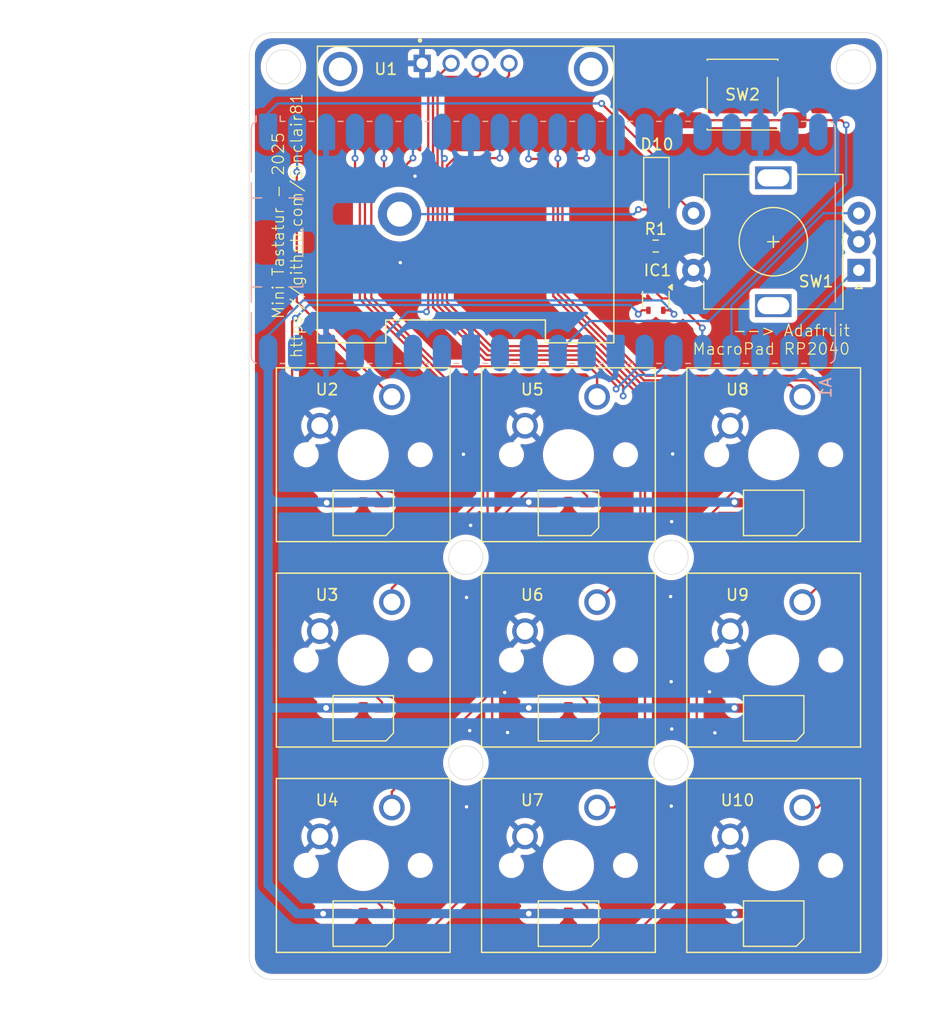
<source format=kicad_pcb>
(kicad_pcb (version 20241229) (generator "pcbnew") (generator_version "9.0")
  (layers (0 "F.Cu" signal) (2 "B.Cu" signal) (13 "F.Paste" user) (15 "B.Paste" user) (5 "F.SilkS" user "F.Silkscreen") (7 "B.SilkS" user "B.Silkscreen") (1 "F.Mask" user) (3 "B.Mask" user) (25 "Edge.Cuts" user))
  (net 0 "")
  (net 2 "S5")
  (net 3 "+5V")
  (net 6 "ROT_B")
  (net 7 "GND")
  (net 12 "S8")
  (net 13 "S4")
  (net 16 "S1")
  (net 17 "S3")
  (net 19 "+3V3")
  (net 20 "SCL")
  (net 21 "USB_BOOT")
  (net 22 "S2")
  (net 23 "DIN_3V3")
  (net 24 "RESET")
  (net 27 "S9")
  (net 29 "ROT_A")
  (net 30 "SDA")
  (net 32 "S7")
  (net 33 "DIN_5V")
  (net 34 "S6")
  (net 35 "Net-(U2-DOUT)")
  (net 36 "Net-(U3-DOUT)")
  (net 37 "Net-(U4-DOUT)")
  (net 38 "Net-(U5-DOUT)")
  (net 39 "Net-(U6-DOUT)")
  (net 40 "Net-(U7-DOUT)")
  (net 41 "Net-(U8-DOUT)")
  (net 42 "Net-(U10-DIN)")
  (net 44 "TP6")
  (footprint "MX1A-11NN:CHERRY_MX1A-11NN_SWITCH_RGB" (layer "F.Cu") (at 118 135)
    (property "Reference" "U9")
    (property "Value" "MX1A-11NN_RGB")
  )
  (footprint "Package_TO_SOT_SMD:SOT-353_SC-70-5" (layer "F.Cu") (at 107.664999 103.39 -90)
    (property "Reference" "IC1")
    (property "Value" "74HCT1G125GW,125" (hide yes))
  )
  (footprint "MX1A-11NN:CHERRY_MX1A-11NN_SWITCH_RGB" (layer "F.Cu") (at 100 135)
    (property "Reference" "U6")
    (property "Value" "MX1A-11NN_RGB")
  )
  (footprint "SSD1306:MODULE_DM-OLED096-636" (layer "F.Cu") (at 90.98 94.19)
    (property "Reference" "U1")
    (property "Value" "DM-OLED096-636")
  )
  (footprint "Rotary_Encoder:RotaryEncoder_Alps_EC11E-Switch_Vertical_H20mm" (layer "F.Cu") (at 125.47 100.83 180)
    (property "Reference" "SW1")
    (property "Value" "RotaryEncoder_Switch")
  )
  (footprint "MX1A-11NN:CHERRY_MX1A-11NN_SWITCH_RGB" (layer "F.Cu") (at 118 117)
    (property "Reference" "U8")
    (property "Value" "MX1A-11NN_RGB")
  )
  (footprint "MX1A-11NN:CHERRY_MX1A-11NN_SWITCH_RGB" (layer "F.Cu") (at 118 153)
    (property "Reference" "U10")
    (property "Value" "MX1A-11NN_RGB")
  )
  (footprint "MX1A-11NN:CHERRY_MX1A-11NN_SWITCH_RGB" (layer "F.Cu") (at 82 117)
    (property "Reference" "U2")
    (property "Value" "MX1A-11NN_RGB")
  )
  (footprint "Resistor_SMD:R_0603_1608Metric" (layer "F.Cu") (at 107.65 98.71 180)
    (property "Reference" "R1")
    (property "Value" "10K" (hide yes))
  )
  (footprint "Diode_SMD:D_MiniMELF" (layer "F.Cu") (at 107.71 93.6025 -90)
    (property "Reference" "D10")
    (property "Value" "1N4148" (hide yes))
  )
  (footprint "MX1A-11NN:CHERRY_MX1A-11NN_SWITCH_RGB" (layer "F.Cu") (at 100 153)
    (property "Reference" "U7")
    (property "Value" "MX1A-11NN_RGB")
  )
  (footprint "MX1A-11NN:CHERRY_MX1A-11NN_SWITCH_RGB" (layer "F.Cu") (at 82 153)
    (property "Reference" "U4")
    (property "Value" "MX1A-11NN_RGB")
  )
  (footprint "MX1A-11NN:CHERRY_MX1A-11NN_SWITCH_RGB" (layer "F.Cu") (at 100 117)
    (property "Reference" "U5")
    (property "Value" "MX1A-11NN_RGB")
  )
  (footprint "MX1A-11NN:CHERRY_MX1A-11NN_SWITCH_RGB" (layer "F.Cu") (at 82 135)
    (property "Reference" "U3")
    (property "Value" "MX1A-11NN_RGB")
  )
  (footprint "Button_Switch_SMD:SW_Push_1P1T_NO_E-Switch_TL3301NxxxxxG" (layer "F.Cu") (at 115.27 85.43)
    (property "Reference" "SW2")
    (property "Value" "SW_Reset")
  )
  (footprint "Module:RaspberryPi_Pico_Common_SMD_TP6" (layer "B.Cu") (at 97.79 98.39 -90)
    (property "Reference" "A1")
    (property "Value" "RaspberryPi_Pico_TP6")
  )
  (gr_line (start 72 161) (end 72 82) (stroke (width 0.05)) (layer "Edge.Cuts"))
  (gr_circle (center 109 126) (end 110.5 126) (stroke (width 0.05)) (fill no) (layer "Edge.Cuts"))
  (gr_arc (start 74 163) (mid 72.585786 162.414214) (end 72 161) (stroke (width 0.05)) (layer "Edge.Cuts"))
  (gr_arc (start 72 82) (mid 72.585786 80.585786) (end 74 80) (stroke (width 0.05)) (layer "Edge.Cuts"))
  (gr_circle (center 125 83) (end 126.5 83) (stroke (width 0.05)) (fill no) (layer "Edge.Cuts"))
  (gr_circle (center 75 83) (end 76.5 83) (stroke (width 0.05)) (fill no) (layer "Edge.Cuts"))
  (gr_line (start 128 82) (end 128 161) (stroke (width 0.05)) (layer "Edge.Cuts"))
  (gr_circle (center 109 144) (end 110.5 144) (stroke (width 0.05)) (fill no) (layer "Edge.Cuts"))
  (gr_line (start 74 80) (end 126 80) (stroke (width 0.05)) (layer "Edge.Cuts"))
  (gr_arc (start 128 161) (mid 127.414214 162.414214) (end 126 163) (stroke (width 0.05)) (layer "Edge.Cuts"))
  (gr_line (start 126 163) (end 74 163) (stroke (width 0.05)) (layer "Edge.Cuts"))
  (gr_arc (start 126 80) (mid 127.414214 80.585786) (end 128 82) (stroke (width 0.05)) (layer "Edge.Cuts"))
  (gr_circle (center 91 126) (end 92.5 126) (stroke (width 0.05)) (fill no) (layer "Edge.Cuts"))
  (gr_circle (center 91 144) (end 92.5 144) (stroke (width 0.05)) (fill no) (layer "Edge.Cuts"))
  (gr_text "--> Adafruit\nMacroPad RP2040" (at 124.76 108.31 0) (layer "F.SilkS") (effects (font (size 1 1) (thickness 0.1)) (justify right bottom)))
  (gr_text "Mini Tastatur - 2025\nhttps://github.com/Sinclair81" (at 76.74 96.92 90) (layer "F.SilkS") (effects (font (size 1 1) (thickness 0.1)) (justify bottom)))
  (segment (start 102.2661 107.879) (end 93.0332 107.879) (width 0.2) (layer "F.Cu") (net 2))
  (segment (start 93.0332 107.879) (end 88.94 103.7858) (width 0.2) (layer "F.Cu") (net 2))
  (segment (start 102.51 129.92) (end 106.31 126.12) (width 0.2) (layer "F.Cu") (net 2))
  (segment (start 106.31 111.9229) (end 102.2661 107.879) (width 0.2) (layer "F.Cu") (net 2))
  (segment (start 88.94 91.211) (end 89.121 91.03) (width 0.2) (layer "F.Cu") (net 2))
  (segment (start 106.31 126.12) (end 106.31 111.9229) (width 0.2) (layer "F.Cu") (net 2))
  (segment (start 88.94 103.7858) (end 88.94 91.211) (width 0.2) (layer "F.Cu") (net 2))
  (via (at 89.121 91.03) (size 0.6) (drill 0.3) (layers "F.Cu" "B.Cu") (net 2))
  (segment (start 88.9 90.809) (end 88.9 88.7) (width 0.2) (layer "B.Cu") (net 2))
  (segment (start 89.121 91.03) (end 88.9 90.809) (width 0.2) (layer "B.Cu") (net 2))
  (segment (start 116.36 121.21) (end 114.606 121.21) (width 0.8) (layer "F.Cu") (net 3))
  (segment (start 98.36 157.21) (end 96.536 157.21) (width 0.8) (layer "F.Cu") (net 3))
  (segment (start 114.606 121.21) (end 114.554 121.158) (width 0.8) (layer "F.Cu") (net 3))
  (segment (start 78.502 157.21) (end 78.486 157.226) (width 0.8) (layer "F.Cu") (net 3))
  (segment (start 80.36 139.21) (end 78.758 139.21) (width 0.8) (layer "F.Cu") (net 3))
  (segment (start 114.572 139.21) (end 114.554 139.192) (width 0.8) (layer "F.Cu") (net 3))
  (segment (start 96.536 157.21) (end 96.52 157.226) (width 0.8) (layer "F.Cu") (net 3))
  (segment (start 98.36 139.21) (end 96.538 139.21) (width 0.8) (layer "F.Cu") (net 3))
  (segment (start 114.57 157.21) (end 114.554 157.226) (width 0.8) (layer "F.Cu") (net 3))
  (segment (start 108.92 104.34) (end 108.314999 104.34) (width 0.2) (layer "F.Cu") (net 3))
  (segment (start 109.26 104.68) (end 108.92 104.34) (width 0.2) (layer "F.Cu") (net 3))
  (segment (start 78.758 139.21) (end 78.74 139.192) (width 0.8) (layer "F.Cu") (net 3))
  (segment (start 96.538 139.21) (end 96.52 139.192) (width 0.8) (layer "F.Cu") (net 3))
  (segment (start 80.36 157.21) (end 78.502 157.21) (width 0.8) (layer "F.Cu") (net 3))
  (segment (start 98.36 121.21) (end 96.572 121.21) (width 0.8) (layer "F.Cu") (net 3))
  (segment (start 116.36 157.21) (end 114.57 157.21) (width 0.8) (layer "F.Cu") (net 3))
  (segment (start 116.36 139.21) (end 114.572 139.21) (width 0.8) (layer "F.Cu") (net 3))
  (segment (start 96.572 121.21) (end 96.52 121.158) (width 0.8) (layer "F.Cu") (net 3))
  (segment (start 80.36 121.21) (end 78.792 121.21) (width 0.8) (layer "F.Cu") (net 3))
  (via (at 114.554 157.226) (size 0.8) (drill 0.5) (layers "F.Cu" "B.Cu") (net 3))
  (via (at 96.52 157.226) (size 0.8) (drill 0.5) (layers "F.Cu" "B.Cu") (net 3))
  (via (at 78.792 121.21) (size 0.8) (drill 0.5) (layers "F.Cu" "B.Cu") (net 3))
  (via (at 109.26 104.68) (size 0.6) (drill 0.3) (layers "F.Cu" "B.Cu") (net 3))
  (via (at 96.52 121.158) (size 0.8) (drill 0.5) (layers "F.Cu" "B.Cu") (net 3))
  (via (at 96.52 139.192) (size 0.8) (drill 0.5) (layers "F.Cu" "B.Cu") (net 3))
  (via (at 78.74 139.192) (size 0.8) (drill 0.5) (layers "F.Cu" "B.Cu") (net 3))
  (via (at 78.486 157.226) (size 0.8) (drill 0.5) (layers "F.Cu" "B.Cu") (net 3))
  (via (at 114.554 121.158) (size 0.8) (drill 0.5) (layers "F.Cu" "B.Cu") (net 3))
  (via (at 114.554 139.192) (size 0.8) (drill 0.5) (layers "F.Cu" "B.Cu") (net 3))
  (segment (start 78.74 121.158) (end 74.168 121.158) (width 0.8) (layer "B.Cu") (net 3))
  (segment (start 74.168 121.158) (end 73.66 120.65) (width 0.8) (layer "B.Cu") (net 3))
  (segment (start 76.206 157.226) (end 73.66 154.68) (width 0.8) (layer "B.Cu") (net 3))
  (segment (start 96.52 139.192) (end 78.74 139.192) (width 0.8) (layer "B.Cu") (net 3))
  (segment (start 114.554 121.158) (end 96.52 121.158) (width 0.8) (layer "B.Cu") (net 3))
  (segment (start 96.52 157.226) (end 78.486 157.226) (width 0.8) (layer "B.Cu") (net 3))
  (segment (start 73.66 120.65) (end 73.66 108.08) (width 0.8) (layer "B.Cu") (net 3))
  (segment (start 78.74 139.192) (end 73.66 139.192) (width 0.8) (layer "B.Cu") (net 3))
  (segment (start 108.14 103.47) (end 76.73 103.47) (width 0.2) (layer "B.Cu") (net 3))
  (segment (start 114.554 139.192) (end 96.52 139.192) (width 0.8) (layer "B.Cu") (net 3))
  (segment (start 109.26 104.68) (end 109.26 104.59) (width 0.2) (layer "B.Cu") (net 3))
  (segment (start 76.73 103.47) (end 73.66 106.54) (width 0.2) (layer "B.Cu") (net 3))
  (segment (start 73.66 134.112) (end 73.66 120.65) (width 0.8) (layer "B.Cu") (net 3))
  (segment (start 96.52 121.158) (end 78.844 121.158) (width 0.8) (layer "B.Cu") (net 3))
  (segment (start 78.486 157.226) (end 76.206 157.226) (width 0.8) (layer "B.Cu") (net 3))
  (segment (start 78.792 121.21) (end 78.74 121.158) (width 0.8) (layer "B.Cu") (net 3))
  (segment (start 73.66 154.68) (end 73.66 134.112) (width 0.8) (layer "B.Cu") (net 3))
  (segment (start 73.66 139.192) (end 73.66 134.112) (width 0.8) (layer "B.Cu") (net 3))
  (segment (start 73.66 106.54) (end 73.66 108.08) (width 0.2) (layer "B.Cu") (net 3))
  (segment (start 114.554 157.226) (end 96.52 157.226) (width 0.8) (layer "B.Cu") (net 3))
  (segment (start 109.26 104.59) (end 108.14 103.47) (width 0.2) (layer "B.Cu") (net 3))
  (segment (start 78.844 121.158) (end 78.792 121.21) (width 0.8) (layer "B.Cu") (net 3))
  (segment (start 122.36 95.83) (end 114.3 103.89) (width 0.2) (layer "B.Cu") (net 6))
  (segment (start 125.47 95.83) (end 122.36 95.83) (width 0.2) (layer "B.Cu") (net 6))
  (segment (start 114.3 103.89) (end 114.3 108.08) (width 0.2) (layer "B.Cu") (net 6))
  (via (at 109.05 122.86) (size 0.6) (drill 0.3) (layers "F.Cu" "B.Cu") (net 7))
  (via (at 109.01 136.89) (size 0.6) (drill 0.3) (layers "F.Cu" "B.Cu") (net 7))
  (via (at 91.06 129.51) (size 0.6) (drill 0.3) (layers "F.Cu" "B.Cu") (net 7))
  (via (at 90.79 116.96) (size 0.6) (drill 0.3) (layers "F.Cu" "B.Cu") (net 7))
  (via (at 109.02 147.8) (size 0.6) (drill 0.3) (layers "F.Cu" "B.Cu") (net 7))
  (via (at 112.37 137.78) (size 0.6) (drill 0.3) (layers "F.Cu" "B.Cu") (net 7))
  (via (at 109.14 116.93) (size 0.6) (drill 0.3) (layers "F.Cu" "B.Cu") (net 7))
  (via (at 91.34 141.18) (size 0.6) (drill 0.3) (layers "F.Cu" "B.Cu") (net 7))
  (via (at 108.96 129.43) (size 0.6) (drill 0.3) (layers "F.Cu" "B.Cu") (net 7))
  (via (at 94.41 137.84) (size 0.6) (drill 0.3) (layers "F.Cu" "B.Cu") (net 7))
  (via (at 91.42 123.19) (size 0.6) (drill 0.3) (layers "F.Cu" "B.Cu") (net 7))
  (via (at 91.06 147.86) (size 0.6) (drill 0.3) (layers "F.Cu" "B.Cu") (net 7))
  (via (at 94.66 141.35) (size 0.6) (drill 0.3) (layers "F.Cu" "B.Cu") (net 7))
  (via (at 109.06 141.04) (size 0.6) (drill 0.3) (layers "F.Cu" "B.Cu") (net 7))
  (via (at 86.54 92.58) (size 0.6) (drill 0.3) (layers "F.Cu" "B.Cu") (net 7))
  (via (at 112.84 141.38) (size 0.6) (drill 0.3) (layers "F.Cu" "B.Cu") (net 7))
  (via (at 85.25 100.16) (size 0.6) (drill 0.3) (layers "F.Cu" "B.Cu") (net 7))
  (segment (start 124.29 113.56) (end 124.29 126.14) (width 0.2) (layer "F.Cu") (net 12))
  (segment (start 99.07 91.03) (end 99.07 102.9329) (width 0.2) (layer "F.Cu") (net 12))
  (segment (start 124.29 126.14) (end 120.51 129.92) (width 0.2) (layer "F.Cu") (net 12))
  (segment (start 99.07 102.9329) (end 106.6171 110.48) (width 0.2) (layer "F.Cu") (net 12))
  (segment (start 121.21 110.48) (end 124.29 113.56) (width 0.2) (layer "F.Cu") (net 12))
  (segment (start 106.6171 110.48) (end 121.21 110.48) (width 0.2) (layer "F.Cu") (net 12))
  (via (at 99.07 91.03) (size 0.6) (drill 0.3) (layers "F.Cu" "B.Cu") (net 12))
  (segment (start 99.06 90.92) (end 99.06 88.7) (width 0.2) (layer "B.Cu") (net 12))
  (segment (start 99.07 90.93) (end 99.06 90.92) (width 0.2) (layer "B.Cu") (net 12))
  (segment (start 99.07 91.03) (end 99.07 90.93) (width 0.2) (layer "B.Cu") (net 12))
  (segment (start 101.81 109.26) (end 102.51 109.96) (width 0.2) (layer "F.Cu") (net 13))
  (segment (start 86.36 90.99) (end 86.36 91) (width 0.2) (layer "F.Cu") (net 13))
  (segment (start 82.71 94.65) (end 82.71 103.2458) (width 0.2) (layer "F.Cu") (net 13))
  (segment (start 82.71 103.2458) (end 88.7242 109.26) (width 0.2) (layer "F.Cu") (net 13))
  (segment (start 86.36 91) (end 82.71 94.65) (width 0.2) (layer "F.Cu") (net 13))
  (segment (start 88.7242 109.26) (end 101.81 109.26) (width 0.2) (layer "F.Cu") (net 13))
  (segment (start 102.51 109.96) (end 102.51 111.92) (width 0.2) (layer "F.Cu") (net 13))
  (via (at 86.36 90.99) (size 0.6) (drill 0.3) (layers "F.Cu" "B.Cu") (net 13))
  (segment (start 86.36 88.7) (end 86.36 90.99) (width 0.2) (layer "B.Cu") (net 13))
  (segment (start 76.17 103.58) (end 76.17 92.2) (width 0.2) (layer "F.Cu") (net 16))
  (segment (start 84.51 111.92) (end 76.17 103.58) (width 0.2) (layer "F.Cu") (net 16))
  (via (at 76.17 92.2) (size 0.6) (drill 0.3) (layers "F.Cu" "B.Cu") (net 16))
  (segment (start 76.17 92.2) (end 76.2 92.17) (width 0.2) (layer "B.Cu") (net 16))
  (segment (start 76.2 92.17) (end 76.2 88.7) (width 0.2) (layer "B.Cu") (net 16))
  (segment (start 83.82 91.02) (end 83.82 92.97) (width 0.2) (layer "F.Cu") (net 17))
  (segment (start 92.908 124.818) (end 93.24 125.15) (width 0.2) (layer "F.Cu") (net 17))
  (segment (start 92.908 138.142) (end 84.51 146.54) (width 0.2) (layer "F.Cu") (net 17))
  (segment (start 93.24 125.15) (end 93.24 126.86) (width 0.2) (layer "F.Cu") (net 17))
  (segment (start 84.51 146.54) (end 84.51 147.92) (width 0.2) (layer "F.Cu") (net 17))
  (segment (start 92.908 114.0109) (end 92.908 124.818) (width 0.2) (layer "F.Cu") (net 17))
  (segment (start 82.15 94.64) (end 82.15 103.2529) (width 0.2) (layer "F.Cu") (net 17))
  (segment (start 92.908 127.192) (end 92.908 138.142) (width 0.2) (layer "F.Cu") (net 17))
  (segment (start 93.24 126.86) (end 92.908 127.192) (width 0.2) (layer "F.Cu") (net 17))
  (segment (start 82.15 103.2529) (end 92.908 114.0109) (width 0.2) (layer "F.Cu") (net 17))
  (segment (start 83.82 92.97) (end 82.15 94.64) (width 0.2) (layer "F.Cu") (net 17))
  (via (at 83.82 91.02) (size 0.6) (drill 0.3) (layers "F.Cu" "B.Cu") (net 17))
  (segment (start 83.82 91.02) (end 83.82 91.2) (width 0.2) (layer "B.Cu") (net 17))
  (segment (start 83.82 91.2) (end 83.84 91.22) (width 0.2) (layer "B.Cu") (net 17))
  (segment (start 83.82 88.7) (end 83.82 91.02) (width 0.2) (layer "B.Cu") (net 17))
  (segment (start 87.7 104.15) (end 87.7 84.7) (width 0.2) (layer "F.Cu") (net 19))
  (segment (start 87.55 104.471) (end 87.55 104.3) (width 0.2) (layer "F.Cu") (net 19))
  (segment (start 87.55 104.3) (end 87.7 104.15) (width 0.2) (layer "F.Cu") (net 19))
  (segment (start 87.7 84.7) (end 89.71 82.69) (width 0.2) (layer "F.Cu") (net 19))
  (via (at 87.55 104.471) (size 0.6) (drill 0.3) (layers "F.Cu" "B.Cu") (net 19))
  (segment (start 83.82 106.55) (end 83.82 108.08) (width 0.2) (layer "B.Cu") (net 19))
  (segment (start 85.9 104.47) (end 83.82 106.55) (width 0.2) (layer "B.Cu") (net 19))
  (segment (start 87.009 104.47) (end 85.9 104.47) (width 0.2) (layer "B.Cu") (net 19))
  (segment (start 87.01 104.471) (end 87.009 104.47) (width 0.2) (layer "B.Cu") (net 19))
  (segment (start 87.55 104.471) (end 87.01 104.471) (width 0.2) (layer "B.Cu") (net 19))
  (segment (start 92.02 83.88) (end 92.25 83.65) (width 0.2) (layer "F.Cu") (net 20))
  (segment (start 88.12 104.1) (end 88.12 84.8471) (width 0.2) (layer "F.Cu") (net 20))
  (segment (start 92.25 83.65) (end 92.25 82.69) (width 0.2) (layer "F.Cu") (net 20))
  (segment (start 101.9339 108.681) (end 92.701 108.681) (width 0.2) (layer "F.Cu") (net 20))
  (segment (start 89.0871 83.88) (end 92.02 83.88) (width 0.2) (layer "F.Cu") (net 20))
  (segment (start 92.701 108.681) (end 88.12 104.1) (width 0.2) (layer "F.Cu") (net 20))
  (segment (start 104.18 111.24) (end 104.18 110.9271) (width 0.2) (layer "F.Cu") (net 20))
  (segment (start 88.12 84.8471) (end 89.0871 83.88) (width 0.2) (layer "F.Cu") (net 20))
  (segment (start 104.18 110.9271) (end 101.9339 108.681) (width 0.2) (layer "F.Cu") (net 20))
  (via (at 104.18 111.24) (size 0.6) (drill 0.3) (layers "F.Cu" "B.Cu") (net 20))
  (segment (start 106.68 108.74) (end 106.68 108.08) (width 0.2) (layer "B.Cu") (net 20))
  (segment (start 104.18 111.24) (end 106.68 108.74) (width 0.2) (layer "B.Cu") (net 20))
  (segment (start 107.71 92.57) (end 107.71 91.8525) (width 0.2) (layer "F.Cu") (net 21))
  (segment (start 107.71 91.01) (end 102.91 86.21) (width 0.2) (layer "F.Cu") (net 21))
  (segment (start 110.97 95.83) (end 107.71 92.57) (width 0.2) (layer "F.Cu") (net 21))
  (segment (start 107.71 91.8525) (end 107.71 91.01) (width 0.2) (layer "F.Cu") (net 21))
  (via (at 102.91 86.21) (size 0.6) (drill 0.3) (layers "F.Cu" "B.Cu") (net 21))
  (segment (start 73.66 88.7) (end 73.66 87.03) (width 0.2) (layer "B.Cu") (net 21))
  (segment (start 73.66 87.03) (end 74.48 86.21) (width 0.2) (layer "B.Cu") (net 21))
  (segment (start 74.48 86.21) (end 102.91 86.21) (width 0.2) (layer "B.Cu") (net 21))
  (segment (start 81.7 103.37) (end 92.507 114.177) (width 0.2) (layer "F.Cu") (net 22))
  (segment (start 81.7 94.63) (end 81.7 103.37) (width 0.2) (layer "F.Cu") (net 22))
  (segment (start 81.28 94.21) (end 81.7 94.63) (width 0.2) (layer "F.Cu") (net 22))
  (segment (start 81.28 91.02) (end 81.28 94.21) (width 0.2) (layer "F.Cu") (net 22))
  (segment (start 92.507 120.703) (end 84.51 128.7) (width 0.2) (layer "F.Cu") (net 22))
  (segment (start 84.51 128.7) (end 84.51 129.92) (width 0.2) (layer "F.Cu") (net 22))
  (segment (start 92.507 114.177) (end 92.507 120.703) (width 0.2) (layer "F.Cu") (net 22))
  (via (at 81.28 91.02) (size 0.6) (drill 0.3) (layers "F.Cu" "B.Cu") (net 22))
  (segment (start 81.28 91.02) (end 81.28 88.7) (width 0.2) (layer "B.Cu") (net 22))
  (segment (start 108.2 103.3) (end 107.664999 102.764999) (width 0.2) (layer "F.Cu") (net 23))
  (segment (start 107.664999 100.854999) (end 107.664999 102.44) (width 0.2) (layer "F.Cu") (net 23))
  (segment (start 106.825 100.015) (end 107.664999 100.854999) (width 0.2) (layer "F.Cu") (net 23))
  (segment (start 111.74 105.88) (end 109.16 103.3) (width 0.2) (layer "F.Cu") (net 23))
  (segment (start 109.16 103.3) (end 108.2 103.3) (width 0.2) (layer "F.Cu") (net 23))
  (segment (start 106.825 98.71) (end 106.825 100.015) (width 0.2) (layer "F.Cu") (net 23))
  (segment (start 107.664999 102.764999) (end 107.664999 102.44) (width 0.2) (layer "F.Cu") (net 23))
  (via (at 111.74 105.88) (size 0.6) (drill 0.3) (layers "F.Cu" "B.Cu") (net 23))
  (segment (start 111.71 106.85) (end 111.71 108.03) (width 0.2) (layer "B.Cu") (net 23))
  (segment (start 111.74 106.82) (end 111.71 106.85) (width 0.2) (layer "B.Cu") (net 23))
  (segment (start 111.71 108.03) (end 111.76 108.08) (width 0.2) (layer "B.Cu") (net 23))
  (segment (start 111.74 105.88) (end 111.74 106.82) (width 0.2) (layer "B.Cu") (net 23))
  (segment (start 110.72 87.68) (end 119.82 87.68) (width 0.2) (layer "F.Cu") (net 24))
  (segment (start 123.95 87.68) (end 119.82 87.68) (width 0.2) (layer "F.Cu") (net 24))
  (segment (start 124.36 88.09) (end 123.95 87.68) (width 0.2) (layer "F.Cu") (net 24))
  (via (at 124.36 88.09) (size 0.6) (drill 0.3) (layers "F.Cu" "B.Cu") (net 24))
  (segment (start 124.36 93.25) (end 112.33 105.28) (width 0.2) (layer "B.Cu") (net 24))
  (segment (start 112.33 105.28) (end 101.86 105.28) (width 0.2) (layer "B.Cu") (net 24))
  (segment (start 124.36 88.09) (end 124.36 93.25) (width 0.2) (layer "B.Cu") (net 24))
  (segment (start 101.86 105.28) (end 99.06 108.08) (width 0.2) (layer "B.Cu") (net 24))
  (segment (start 106.7832 110.079) (end 121.3761 110.079) (width 0.2) (layer "F.Cu") (net 27))
  (segment (start 100.38 91.01) (end 99.471 91.919) (width 0.2) (layer "F.Cu") (net 27))
  (segment (start 124.691 113.3939) (end 124.691 126.3061) (width 0.2) (layer "F.Cu") (net 27))
  (segment (start 101.58 91.01) (end 100.38 91.01) (width 0.2) (layer "F.Cu") (net 27))
  (segment (start 124.31 145.47) (end 121.86 147.92) (width 0.2) (layer "F.Cu") (net 27))
  (segment (start 99.471 91.919) (end 99.471 102.7668) (width 0.2) (layer "F.Cu") (net 27))
  (segment (start 124.691 126.3061) (end 124.31 126.6871) (width 0.2) (layer "F.Cu") (net 27))
  (segment (start 99.471 102.7668) (end 106.7832 110.079) (width 0.2) (layer "F.Cu") (net 27))
  (segment (start 121.86 147.92) (end 120.51 147.92) (width 0.2) (layer "F.Cu") (net 27))
  (segment (start 121.3761 110.079) (end 124.691 113.3939) (width 0.2) (layer "F.Cu") (net 27))
  (segment (start 124.31 126.6871) (end 124.31 145.47) (width 0.2) (layer "F.Cu") (net 27))
  (via (at 101.58 91.01) (size 0.6) (drill 0.3) (layers "F.Cu" "B.Cu") (net 27))
  (segment (start 101.6 88.7) (end 101.6 90.99) (width 0.2) (layer "B.Cu") (net 27))
  (segment (start 101.6 90.99) (end 101.58 91.01) (width 0.2) (layer "B.Cu") (net 27))
  (segment (start 125.12 100.83) (end 125.47 100.83) (width 0.2) (layer "B.Cu") (net 29))
  (segment (start 119.38 106.57) (end 125.12 100.83) (width 0.2) (layer "B.Cu") (net 29))
  (segment (start 119.38 108.08) (end 119.38 106.57) (width 0.2) (layer "B.Cu") (net 29))
  (segment (start 92.8671 108.28) (end 88.521 103.9339) (width 0.2) (layer "F.Cu") (net 30))
  (segment (start 102.1 108.28) (end 92.8671 108.28) (width 0.2) (layer "F.Cu") (net 30))
  (segment (start 88.521 85.0132) (end 89.2342 84.3) (width 0.2) (layer "F.Cu") (net 30))
  (segment (start 94.79 83.76) (end 94.79 82.69) (width 0.2) (layer "F.Cu") (net 30))
  (segment (start 104.8 110.98) (end 102.1 108.28) (width 0.2) (layer "F.Cu") (net 30))
  (segment (start 94.25 84.3) (end 94.79 83.76) (width 0.2) (layer "F.Cu") (net 30))
  (segment (start 104.8 111.85) (end 104.8 110.98) (width 0.2) (layer "F.Cu") (net 30))
  (segment (start 89.2342 84.3) (end 94.25 84.3) (width 0.2) (layer "F.Cu") (net 30))
  (segment (start 88.521 103.9339) (end 88.521 85.0132) (width 0.2) (layer "F.Cu") (net 30))
  (via (at 104.8 111.85) (size 0.6) (drill 0.3) (layers "F.Cu" "B.Cu") (net 30))
  (segment (start 107.58 110.01) (end 109.22 108.37) (width 0.2) (layer "B.Cu") (net 30))
  (segment (start 104.8 111.29) (end 106.08 110.01) (width 0.2) (layer "B.Cu") (net 30))
  (segment (start 109.22 108.37) (end 109.22 108.08) (width 0.2) (layer "B.Cu") (net 30))
  (segment (start 106.08 110.01) (end 107.58 110.01) (width 0.2) (layer "B.Cu") (net 30))
  (segment (start 104.8 111.85) (end 104.8 111.29) (width 0.2) (layer "B.Cu") (net 30))
  (segment (start 98.669 91.879) (end 98.669 103.099) (width 0.2) (layer "F.Cu") (net 32))
  (segment (start 106.46 110.89) (end 119.48 110.89) (width 0.2) (layer "F.Cu") (net 32))
  (segment (start 119.48 110.89) (end 120.51 111.92) (width 0.2) (layer "F.Cu") (net 32))
  (segment (start 97.86 91.07) (end 98.669 91.879) (width 0.2) (layer "F.Cu") (net 32))
  (segment (start 96.5 91.07) (end 97.86 91.07) (width 0.2) (layer "F.Cu") (net 32))
  (segment (start 98.669 103.099) (end 106.46 110.89) (width 0.2) (layer "F.Cu") (net 32))
  (via (at 96.5 91.07) (size 0.6) (drill 0.3) (layers "F.Cu" "B.Cu") (net 32))
  (segment (start 96.5 90.94) (end 96.52 90.92) (width 0.2) (layer "B.Cu") (net 32))
  (segment (start 96.5 91.07) (end 96.5 90.94) (width 0.2) (layer "B.Cu") (net 32))
  (segment (start 96.52 90.92) (end 96.52 88.7) (width 0.2) (layer "B.Cu") (net 32))
  (segment (start 83.069035 120.12) (end 83.64 120.690965) (width 0.2) (layer "F.Cu") (net 33))
  (segment (start 76.05 105.03) (end 75.76 105.32) (width 0.2) (layer "F.Cu") (net 33))
  (segment (start 75.76 117.52) (end 78.36 120.12) (width 0.2) (layer "F.Cu") (net 33))
  (segment (start 106.12 104.68) (end 106.46 104.34) (width 0.2) (layer "F.Cu") (net 33))
  (segment (start 78.36 120.12) (end 83.069035 120.12) (width 0.2) (layer "F.Cu") (net 33))
  (segment (start 75.76 105.32) (end 75.76 117.52) (width 0.2) (layer "F.Cu") (net 33))
  (segment (start 83.64 120.690965) (end 83.64 121.21) (width 0.2) (layer "F.Cu") (net 33))
  (segment (start 106.46 104.34) (end 107.014999 104.34) (width 0.2) (layer "F.Cu") (net 33))
  (via (at 106.12 104.68) (size 0.6) (drill 0.3) (layers "F.Cu" "B.Cu") (net 33))
  (via (at 76.05 105.03) (size 0.6) (drill 0.3) (layers "F.Cu" "B.Cu") (net 33))
  (segment (start 106.12 104.57) (end 105.421 103.871) (width 0.2) (layer "B.Cu") (net 33))
  (segment (start 105.421 103.871) (end 77.209 103.871) (width 0.2) (layer "B.Cu") (net 33))
  (segment (start 106.12 104.68) (end 106.12 104.57) (width 0.2) (layer "B.Cu") (net 33))
  (segment (start 77.209 103.871) (end 76.05 105.03) (width 0.2) (layer "B.Cu") (net 33))
  (segment (start 93.1993 107.478) (end 102.4322 107.478) (width 0.2) (layer "F.Cu") (net 34))
  (segment (start 89.369943 91.631) (end 89.369 91.631) (width 0.2) (layer "F.Cu") (net 34))
  (segment (start 89.341 103.6197) (end 93.1993 107.478) (width 0.2) (layer "F.Cu") (net 34))
  (segment (start 89.722 91.278) (end 89.722 91.278943) (width 0.2) (layer "F.Cu") (net 34))
  (segment (start 106.711 145.229) (end 104.02 147.92) (width 0.2) (layer "F.Cu") (net 34))
  (segment (start 89.722 91.278943) (end 89.369943 91.631) (width 0.2) (layer "F.Cu") (net 34))
  (segment (start 106.711 111.7568) (end 106.711 145.229) (width 0.2) (layer "F.Cu") (net 34))
  (segment (start 89.341 91.659) (end 89.341 103.6197) (width 0.2) (layer "F.Cu") (net 34))
  (segment (start 93.98 91) (end 90 91) (width 0.2) (layer "F.Cu") (net 34))
  (segment (start 90 91) (end 89.722 91.278) (width 0.2) (layer "F.Cu") (net 34))
  (segment (start 102.4322 107.478) (end 106.711 111.7568) (width 0.2) (layer "F.Cu") (net 34))
  (segment (start 89.369 91.631) (end 89.341 91.659) (width 0.2) (layer "F.Cu") (net 34))
  (segment (start 104.02 147.92) (end 102.51 147.92) (width 0.2) (layer "F.Cu") (net 34))
  (via (at 93.98 91) (size 0.6) (drill 0.3) (layers "F.Cu" "B.Cu") (net 34))
  (segment (start 93.98 91) (end 93.98 88.7) (width 0.2) (layer "B.Cu") (net 34))
  (segment (start 79.33 122.99) (end 80.36 122.99) (width 0.2) (layer "F.Cu") (net 35))
  (segment (start 83.64 138.69) (end 83.03 138.08) (width 0.2) (layer "F.Cu") (net 35))
  (segment (start 78.25 138.08) (end 75.69 135.52) (width 0.2) (layer "F.Cu") (net 35))
  (segment (start 75.69 126.63) (end 79.33 122.99) (width 0.2) (layer "F.Cu") (net 35))
  (segment (start 75.69 135.52) (end 75.69 126.63) (width 0.2) (layer "F.Cu") (net 35))
  (segment (start 83.03 138.08) (end 78.25 138.08) (width 0.2) (layer "F.Cu") (net 35))
  (segment (start 83.64 139.21) (end 83.64 138.69) (width 0.2) (layer "F.Cu") (net 35))
  (segment (start 75.64 144.59) (end 75.64 153.56) (width 0.2) (layer "F.Cu") (net 36))
  (segment (start 83.64 156.62) (end 83.64 157.21) (width 0.2) (layer "F.Cu") (net 36))
  (segment (start 83.13 156.11) (end 83.64 156.62) (width 0.2) (layer "F.Cu") (net 36))
  (segment (start 75.64 153.56) (end 78.19 156.11) (width 0.2) (layer "F.Cu") (net 36))
  (segment (start 79.24 140.99) (end 75.64 144.59) (width 0.2) (layer "F.Cu") (net 36))
  (segment (start 80.36 140.99) (end 79.24 140.99) (width 0.2) (layer "F.Cu") (net 36))
  (segment (start 78.19 156.11) (end 83.13 156.11) (width 0.2) (layer "F.Cu") (net 36))
  (segment (start 80.88 160.08) (end 86.44 160.08) (width 0.2) (layer "F.Cu") (net 37))
  (segment (start 101.09 120.09) (end 101.64 120.64) (width 0.2) (layer "F.Cu") (net 37))
  (segment (start 93.309 153.211) (end 93.309 127.3581) (width 0.2) (layer "F.Cu") (net 37))
  (segment (start 93.309 123.291) (end 96.51 120.09) (width 0.2) (layer "F.Cu") (net 37))
  (segment (start 93.309 127.3581) (end 93.641 127.0261) (width 0.2) (layer "F.Cu") (net 37))
  (segment (start 93.641 127.0261) (end 93.641 124.9839) (width 0.2) (layer "F.Cu") (net 37))
  (segment (start 80.36 158.99) (end 80.36 159.56) (width 0.2) (layer "F.Cu") (net 37))
  (segment (start 86.44 160.08) (end 93.309 153.211) (width 0.2) (layer "F.Cu") (net 37))
  (segment (start 93.309 124.6519) (end 93.309 123.291) (width 0.2) (layer "F.Cu") (net 37))
  (segment (start 101.64 120.64) (end 101.64 121.21) (width 0.2) (layer "F.Cu") (net 37))
  (segment (start 96.51 120.09) (end 101.09 120.09) (width 0.2) (layer "F.Cu") (net 37))
  (segment (start 93.641 124.9839) (end 93.309 124.6519) (width 0.2) (layer "F.Cu") (net 37))
  (segment (start 80.36 159.56) (end 80.88 160.08) (width 0.2) (layer "F.Cu") (net 37))
  (segment (start 101.64 138.62) (end 101.64 139.21) (width 0.2) (layer "F.Cu") (net 38))
  (segment (start 94.042 124.8178) (end 94.042 127.1922) (width 0.2) (layer "F.Cu") (net 38))
  (segment (start 98.36 122.99) (end 97.52 122.15) (width 0.2) (layer "F.Cu") (net 38))
  (segment (start 96.16 138.08) (end 101.1 138.08) (width 0.2) (layer "F.Cu") (net 38))
  (segment (start 93.71 123.4571) (end 93.71 124.4858) (width 0.2) (layer "F.Cu") (net 38))
  (segment (start 101.1 138.08) (end 101.64 138.62) (width 0.2) (layer "F.Cu") (net 38))
  (segment (start 95.0171 122.15) (end 93.71 123.4571) (width 0.2) (layer "F.Cu") (net 38))
  (segment (start 93.71 127.5242) (end 93.71 135.63) (width 0.2) (layer "F.Cu") (net 38))
  (segment (start 97.52 122.15) (end 95.0171 122.15) (width 0.2) (layer "F.Cu") (net 38))
  (segment (start 93.71 124.4858) (end 94.042 124.8178) (width 0.2) (layer "F.Cu") (net 38))
  (segment (start 94.042 127.1922) (end 93.71 127.5242) (width 0.2) (layer "F.Cu") (net 38))
  (segment (start 93.71 135.63) (end 96.16 138.08) (width 0.2) (layer "F.Cu") (net 38))
  (segment (start 93.75 144.58) (end 93.75 153.54) (width 0.2) (layer "F.Cu") (net 39))
  (segment (start 93.75 153.54) (end 96.3 156.09) (width 0.2) (layer "F.Cu") (net 39))
  (segment (start 96.3 156.09) (end 101.06 156.09) (width 0.2) (layer "F.Cu") (net 39))
  (segment (start 101.06 156.09) (end 101.64 156.67) (width 0.2) (layer "F.Cu") (net 39))
  (segment (start 101.64 156.67) (end 101.64 157.21) (width 0.2) (layer "F.Cu") (net 39))
  (segment (start 97.34 140.99) (end 93.75 144.58) (width 0.2) (layer "F.Cu") (net 39))
  (segment (start 98.36 140.99) (end 97.34 140.99) (width 0.2) (layer "F.Cu") (net 39))
  (segment (start 119.64 120.59) (end 119.64 121.21) (width 0.2) (layer "F.Cu") (net 40))
  (segment (start 98.87 160.13) (end 104.74 160.13) (width 0.2) (layer "F.Cu") (net 40))
  (segment (start 98.36 158.99) (end 98.36 159.62) (width 0.2) (layer "F.Cu") (net 40))
  (segment (start 98.36 159.62) (end 98.87 160.13) (width 0.2) (layer "F.Cu") (net 40))
  (segment (start 111.25 123.46) (end 114.63 120.08) (width 0.2) (layer "F.Cu") (net 40))
  (segment (start 111.25 153.62) (end 111.25 123.46) (width 0.2) (layer "F.Cu") (net 40))
  (segment (start 114.63 120.08) (end 119.13 120.08) (width 0.2) (layer "F.Cu") (net 40))
  (segment (start 119.13 120.08) (end 119.64 120.59) (width 0.2) (layer "F.Cu") (net 40))
  (segment (start 104.74 160.13) (end 111.25 153.62) (width 0.2) (layer "F.Cu") (net 40))
  (segment (start 119.65 139.2) (end 119.64 139.21) (width 0.2) (layer "F.Cu") (net 41))
  (segment (start 119.13 138.1) (end 119.65 138.62) (width 0.2) (layer "F.Cu") (net 41))
  (segment (start 114.13 138.1) (end 119.13 138.1) (width 0.2) (layer "F.Cu") (net 41))
  (segment (start 111.783549 123.516451) (end 111.783549 135.753549) (width 0.2) (layer "F.Cu") (net 41))
  (segment (start 111.783549 135.753549) (end 114.13 138.1) (width 0.2) (layer "F.Cu") (net 41))
  (segment (start 119.65 138.62) (end 119.65 139.2) (width 0.2) (layer "F.Cu") (net 41))
  (segment (start 113.2 122.1) (end 111.783549 123.516451) (width 0.2) (layer "F.Cu") (net 41))
  (segment (start 116.36 122.99) (end 115.47 122.1) (width 0.2) (layer "F.Cu") (net 41))
  (segment (start 115.47 122.1) (end 113.2 122.1) (width 0.2) (layer "F.Cu") (net 41))
  (segment (start 111.65 153.57) (end 114.17 156.09) (width 0.2) (layer "F.Cu") (net 42))
  (segment (start 116.36 140.99) (end 115.24 140.99) (width 0.2) (layer "F.Cu") (net 42))
  (segment (start 115.24 140.99) (end 111.65 144.58) (width 0.2) (layer "F.Cu") (net 42))
  (segment (start 114.17 156.09) (end 119.1 156.09) (width 0.2) (layer "F.Cu") (net 42))
  (segment (start 111.65 144.58) (end 111.65 153.57) (width 0.2) (layer "F.Cu") (net 42))
  (segment (start 119.64 156.63) (end 119.64 157.21) (width 0.2) (layer "F.Cu") (net 42))
  (segment (start 119.1 156.09) (end 119.64 156.63) (width 0.2) (layer "F.Cu") (net 42))
  (segment (start 107.5525 95.51) (end 107.71 95.3525) (width 0.2) (layer "F.Cu") (net 44))
  (segment (start 106.14 95.51) (end 107.5525 95.51) (width 0.2) (layer "F.Cu") (net 44))
  (via (at 106.14 95.51) (size 0.6) (drill 0.3) (layers "F.Cu" "B.Cu") (net 44))
  (segment (start 105.73 95.92) (end 100.27 95.92) (width 0.2) (layer "B.Cu") (net 44))
  (segment (start 100.27 95.92) (end 100.26 95.91) (width 0.2) (layer "B.Cu") (net 44))
  (segment (start 100.26 95.91) (end 85.18 95.91) (width 0.2) (layer "B.Cu") (net 44))
  (segment (start 106.14 95.51) (end 105.73 95.92) (width 0.2) (layer "B.Cu") (net 44))
  (zone (net 7) (net_name "GND") (layer "F.Cu") (priority 1) (connect_pads (clearance 0.5)) (min_thickness 0.25) (fill yes (thermal_gap 0.5) (thermal_bridge_width 0.5))
    (polygon (pts (xy 68.84 77.14) (xy 131.64 77.14) (xy 131.15 166.62) (xy 67.68 166.91)))
  )
  (zone (net 7) (net_name "GND") (layer "B.Cu") (connect_pads (clearance 0.5)) (min_thickness 0.25) (fill yes (thermal_gap 0.5) (thermal_bridge_width 0.5))
    (polygon (pts (xy 130.09 78.48) (xy 130.09 164.54) (xy 69.54 164.99) (xy 70.28 78.48)))
  )
)
</source>
